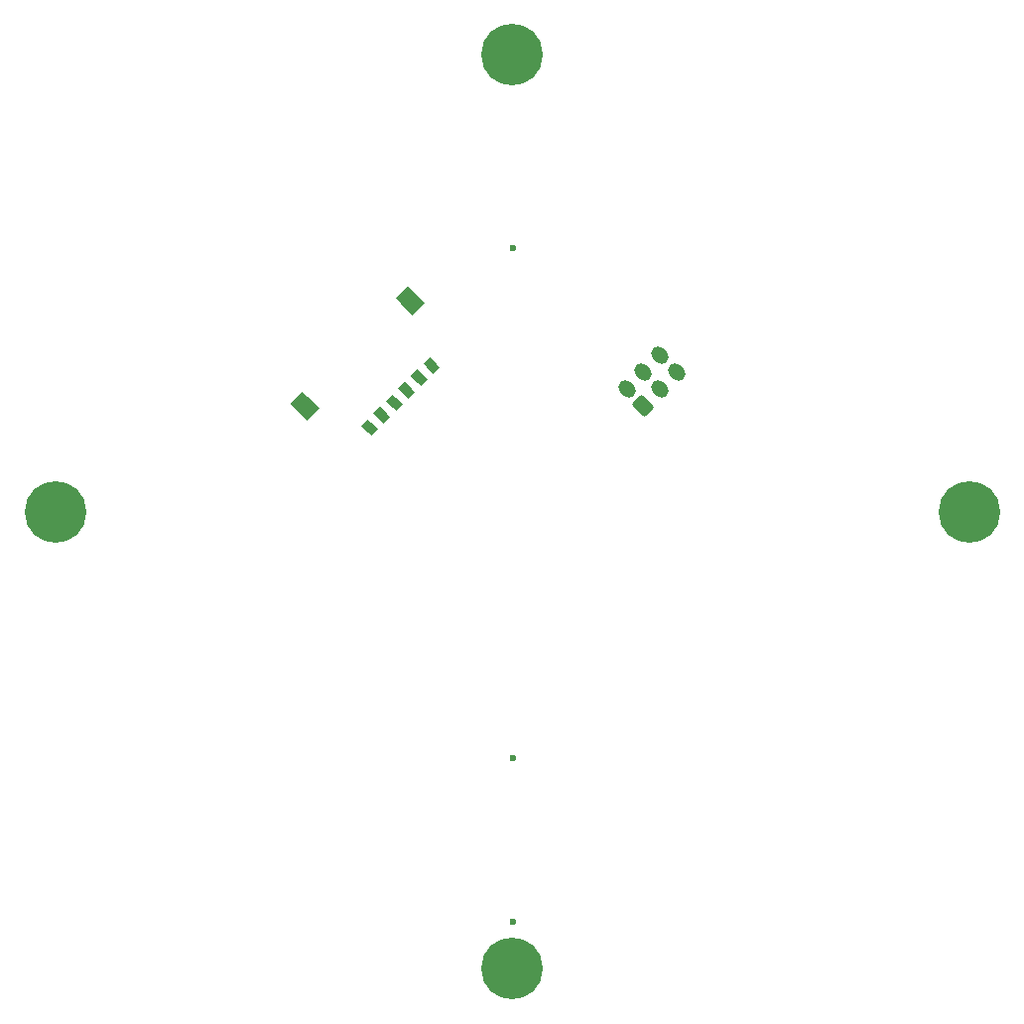
<source format=gbr>
%TF.GenerationSoftware,KiCad,Pcbnew,9.0.0*%
%TF.CreationDate,2025-09-21T20:44:38-07:00*%
%TF.ProjectId,Z_Face_V3,5a5f4661-6365-45f5-9633-2e6b69636164,3.1*%
%TF.SameCoordinates,Original*%
%TF.FileFunction,Soldermask,Bot*%
%TF.FilePolarity,Negative*%
%FSLAX46Y46*%
G04 Gerber Fmt 4.6, Leading zero omitted, Abs format (unit mm)*
G04 Created by KiCad (PCBNEW 9.0.0) date 2025-09-21 20:44:38*
%MOMM*%
%LPD*%
G01*
G04 APERTURE LIST*
G04 Aperture macros list*
%AMRoundRect*
0 Rectangle with rounded corners*
0 $1 Rounding radius*
0 $2 $3 $4 $5 $6 $7 $8 $9 X,Y pos of 4 corners*
0 Add a 4 corners polygon primitive as box body*
4,1,4,$2,$3,$4,$5,$6,$7,$8,$9,$2,$3,0*
0 Add four circle primitives for the rounded corners*
1,1,$1+$1,$2,$3*
1,1,$1+$1,$4,$5*
1,1,$1+$1,$6,$7*
1,1,$1+$1,$8,$9*
0 Add four rect primitives between the rounded corners*
20,1,$1+$1,$2,$3,$4,$5,0*
20,1,$1+$1,$4,$5,$6,$7,0*
20,1,$1+$1,$6,$7,$8,$9,0*
20,1,$1+$1,$8,$9,$2,$3,0*%
%AMHorizOval*
0 Thick line with rounded ends*
0 $1 width*
0 $2 $3 position (X,Y) of the first rounded end (center of the circle)*
0 $4 $5 position (X,Y) of the second rounded end (center of the circle)*
0 Add line between two ends*
20,1,$1,$2,$3,$4,$5,0*
0 Add two circle primitives to create the rounded ends*
1,1,$1,$2,$3*
1,1,$1,$4,$5*%
G04 Aperture macros list end*
%ADD10C,0.010000*%
%ADD11C,5.250000*%
%ADD12RoundRect,0.250000X0.159099X-0.654074X0.654074X-0.159099X-0.159099X0.654074X-0.654074X0.159099X0*%
%ADD13HorizOval,1.200000X-0.159099X0.159099X0.159099X-0.159099X0*%
%ADD14C,0.600000*%
G04 APERTURE END LIST*
D10*
%TO.C,J1*%
X132951950Y-76147630D02*
X131960303Y-77139277D01*
X130579748Y-75758721D01*
X131571394Y-74767075D01*
X132951950Y-76147630D01*
G36*
X132951950Y-76147630D02*
G01*
X131960303Y-77139277D01*
X130579748Y-75758721D01*
X131571394Y-74767075D01*
X132951950Y-76147630D01*
G37*
X137951195Y-77922468D02*
X137419167Y-78454495D01*
X136604298Y-77639626D01*
X137136325Y-77107598D01*
X137951195Y-77922468D01*
G36*
X137951195Y-77922468D02*
G01*
X137419167Y-78454495D01*
X136604298Y-77639626D01*
X137136325Y-77107598D01*
X137951195Y-77922468D01*
G37*
X139011855Y-76861808D02*
X138479828Y-77393835D01*
X137664958Y-76578965D01*
X138196985Y-76046938D01*
X139011855Y-76861808D01*
G36*
X139011855Y-76861808D02*
G01*
X138479828Y-77393835D01*
X137664958Y-76578965D01*
X138196985Y-76046938D01*
X139011855Y-76861808D01*
G37*
X140072515Y-75801148D02*
X139540488Y-76333175D01*
X138725618Y-75518305D01*
X139257645Y-74986278D01*
X140072515Y-75801148D01*
G36*
X140072515Y-75801148D02*
G01*
X139540488Y-76333175D01*
X138725618Y-75518305D01*
X139257645Y-74986278D01*
X140072515Y-75801148D01*
G37*
X141133175Y-74740488D02*
X140601148Y-75272515D01*
X139786278Y-74457645D01*
X140318305Y-73925618D01*
X141133175Y-74740488D01*
G36*
X141133175Y-74740488D02*
G01*
X140601148Y-75272515D01*
X139786278Y-74457645D01*
X140318305Y-73925618D01*
X141133175Y-74740488D01*
G37*
X141939277Y-67160303D02*
X140947630Y-68151950D01*
X139567075Y-66771394D01*
X140558721Y-65779748D01*
X141939277Y-67160303D01*
G36*
X141939277Y-67160303D02*
G01*
X140947630Y-68151950D01*
X139567075Y-66771394D01*
X140558721Y-65779748D01*
X141939277Y-67160303D01*
G37*
X142193835Y-73679828D02*
X141661808Y-74211855D01*
X140846938Y-73396985D01*
X141378965Y-72864958D01*
X142193835Y-73679828D01*
G36*
X142193835Y-73679828D02*
G01*
X141661808Y-74211855D01*
X140846938Y-73396985D01*
X141378965Y-72864958D01*
X142193835Y-73679828D01*
G37*
X143254495Y-72619167D02*
X142722468Y-73151195D01*
X141907598Y-72336325D01*
X142439626Y-71804298D01*
X143254495Y-72619167D01*
G36*
X143254495Y-72619167D02*
G01*
X142722468Y-73151195D01*
X141907598Y-72336325D01*
X142439626Y-71804298D01*
X143254495Y-72619167D01*
G37*
%TD*%
D11*
%TO.C,J4*%
X110500000Y-85000000D03*
%TD*%
%TO.C,J5*%
X149500000Y-124000000D03*
%TD*%
%TO.C,J6*%
X149500000Y-46000000D03*
%TD*%
%TO.C,J7*%
X188500000Y-85000000D03*
%TD*%
D12*
%TO.C,J2*%
X160692893Y-75921320D03*
D13*
X159278679Y-74507106D03*
X162107107Y-74507106D03*
X160692893Y-73092893D03*
X163521320Y-73092893D03*
X162107107Y-71678679D03*
%TD*%
D14*
%TO.C,REF\u002A\u002A*%
X149564000Y-62462780D03*
X149564000Y-105988780D03*
X149564000Y-119952780D03*
%TD*%
M02*

</source>
